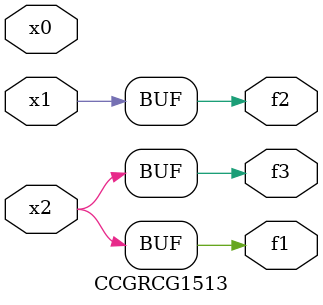
<source format=v>
module CCGRCG1513(
	input x0, x1, x2,
	output f1, f2, f3
);
	assign f1 = x2;
	assign f2 = x1;
	assign f3 = x2;
endmodule

</source>
